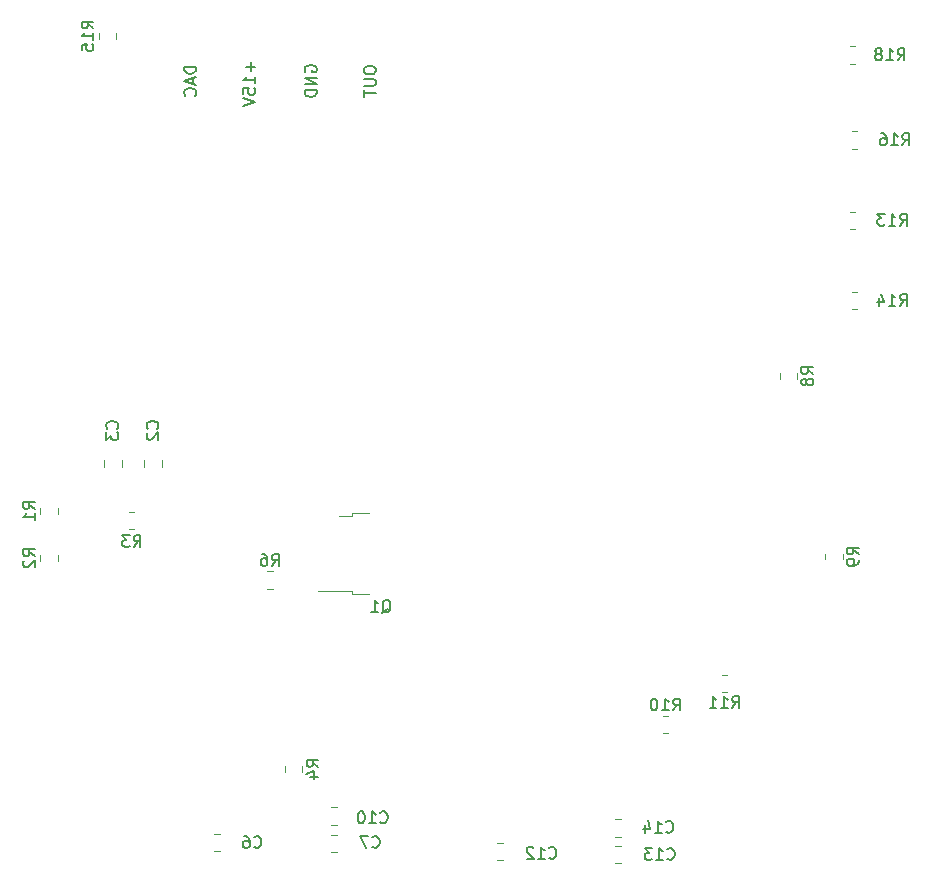
<source format=gbo>
%TF.GenerationSoftware,KiCad,Pcbnew,(5.1.10-1-10_14)*%
%TF.CreationDate,2022-04-01T14:18:11+03:00*%
%TF.ProjectId,Convertor_15v_to_20v:500v,436f6e76-6572-4746-9f72-5f3135765f74,rev?*%
%TF.SameCoordinates,Original*%
%TF.FileFunction,Legend,Bot*%
%TF.FilePolarity,Positive*%
%FSLAX46Y46*%
G04 Gerber Fmt 4.6, Leading zero omitted, Abs format (unit mm)*
G04 Created by KiCad (PCBNEW (5.1.10-1-10_14)) date 2022-04-01 14:18:11*
%MOMM*%
%LPD*%
G01*
G04 APERTURE LIST*
%ADD10C,0.150000*%
%ADD11C,0.120000*%
G04 APERTURE END LIST*
D10*
X142871428Y-79438095D02*
X142871428Y-80200000D01*
X143252380Y-79819047D02*
X142490476Y-79819047D01*
X143252380Y-81200000D02*
X143252380Y-80628571D01*
X143252380Y-80914285D02*
X142252380Y-80914285D01*
X142395238Y-80819047D01*
X142490476Y-80723809D01*
X142538095Y-80628571D01*
X142252380Y-82104761D02*
X142252380Y-81628571D01*
X142728571Y-81580952D01*
X142680952Y-81628571D01*
X142633333Y-81723809D01*
X142633333Y-81961904D01*
X142680952Y-82057142D01*
X142728571Y-82104761D01*
X142823809Y-82152380D01*
X143061904Y-82152380D01*
X143157142Y-82104761D01*
X143204761Y-82057142D01*
X143252380Y-81961904D01*
X143252380Y-81723809D01*
X143204761Y-81628571D01*
X143157142Y-81580952D01*
X142252380Y-82438095D02*
X143252380Y-82771428D01*
X142252380Y-83104761D01*
X138252380Y-79809523D02*
X137252380Y-79809523D01*
X137252380Y-80047619D01*
X137300000Y-80190476D01*
X137395238Y-80285714D01*
X137490476Y-80333333D01*
X137680952Y-80380952D01*
X137823809Y-80380952D01*
X138014285Y-80333333D01*
X138109523Y-80285714D01*
X138204761Y-80190476D01*
X138252380Y-80047619D01*
X138252380Y-79809523D01*
X137966666Y-80761904D02*
X137966666Y-81238095D01*
X138252380Y-80666666D02*
X137252380Y-81000000D01*
X138252380Y-81333333D01*
X138157142Y-82238095D02*
X138204761Y-82190476D01*
X138252380Y-82047619D01*
X138252380Y-81952380D01*
X138204761Y-81809523D01*
X138109523Y-81714285D01*
X138014285Y-81666666D01*
X137823809Y-81619047D01*
X137680952Y-81619047D01*
X137490476Y-81666666D01*
X137395238Y-81714285D01*
X137300000Y-81809523D01*
X137252380Y-81952380D01*
X137252380Y-82047619D01*
X137300000Y-82190476D01*
X137347619Y-82238095D01*
X152452380Y-80000000D02*
X152452380Y-80190476D01*
X152500000Y-80285714D01*
X152595238Y-80380952D01*
X152785714Y-80428571D01*
X153119047Y-80428571D01*
X153309523Y-80380952D01*
X153404761Y-80285714D01*
X153452380Y-80190476D01*
X153452380Y-80000000D01*
X153404761Y-79904761D01*
X153309523Y-79809523D01*
X153119047Y-79761904D01*
X152785714Y-79761904D01*
X152595238Y-79809523D01*
X152500000Y-79904761D01*
X152452380Y-80000000D01*
X152452380Y-80857142D02*
X153261904Y-80857142D01*
X153357142Y-80904761D01*
X153404761Y-80952380D01*
X153452380Y-81047619D01*
X153452380Y-81238095D01*
X153404761Y-81333333D01*
X153357142Y-81380952D01*
X153261904Y-81428571D01*
X152452380Y-81428571D01*
X152452380Y-81761904D02*
X152452380Y-82333333D01*
X153452380Y-82047619D02*
X152452380Y-82047619D01*
X147500000Y-80238095D02*
X147452380Y-80142857D01*
X147452380Y-80000000D01*
X147500000Y-79857142D01*
X147595238Y-79761904D01*
X147690476Y-79714285D01*
X147880952Y-79666666D01*
X148023809Y-79666666D01*
X148214285Y-79714285D01*
X148309523Y-79761904D01*
X148404761Y-79857142D01*
X148452380Y-80000000D01*
X148452380Y-80095238D01*
X148404761Y-80238095D01*
X148357142Y-80285714D01*
X148023809Y-80285714D01*
X148023809Y-80095238D01*
X148452380Y-80714285D02*
X147452380Y-80714285D01*
X148452380Y-81285714D01*
X147452380Y-81285714D01*
X148452380Y-81761904D02*
X147452380Y-81761904D01*
X147452380Y-82000000D01*
X147500000Y-82142857D01*
X147595238Y-82238095D01*
X147690476Y-82285714D01*
X147880952Y-82333333D01*
X148023809Y-82333333D01*
X148214285Y-82285714D01*
X148309523Y-82238095D01*
X148404761Y-82142857D01*
X148452380Y-82000000D01*
X148452380Y-81761904D01*
D11*
%TO.C,R10*%
X178227064Y-136235000D02*
X177772936Y-136235000D01*
X178227064Y-134765000D02*
X177772936Y-134765000D01*
%TO.C,R18*%
X193572936Y-78065000D02*
X194027064Y-78065000D01*
X193572936Y-79535000D02*
X194027064Y-79535000D01*
%TO.C,R16*%
X194227064Y-86735000D02*
X193772936Y-86735000D01*
X194227064Y-85265000D02*
X193772936Y-85265000D01*
%TO.C,R15*%
X131485000Y-76972936D02*
X131485000Y-77427064D01*
X130015000Y-76972936D02*
X130015000Y-77427064D01*
%TO.C,R14*%
X193772936Y-98865000D02*
X194227064Y-98865000D01*
X193772936Y-100335000D02*
X194227064Y-100335000D01*
%TO.C,R13*%
X194027064Y-93535000D02*
X193572936Y-93535000D01*
X194027064Y-92065000D02*
X193572936Y-92065000D01*
%TO.C,R11*%
X182772936Y-131265000D02*
X183227064Y-131265000D01*
X182772936Y-132735000D02*
X183227064Y-132735000D01*
%TO.C,R9*%
X191515000Y-121477064D02*
X191515000Y-121022936D01*
X192985000Y-121477064D02*
X192985000Y-121022936D01*
%TO.C,R8*%
X187665000Y-106227064D02*
X187665000Y-105772936D01*
X189135000Y-106227064D02*
X189135000Y-105772936D01*
%TO.C,R6*%
X144727064Y-123985000D02*
X144272936Y-123985000D01*
X144727064Y-122515000D02*
X144272936Y-122515000D01*
%TO.C,R4*%
X145765000Y-139477064D02*
X145765000Y-139022936D01*
X147235000Y-139477064D02*
X147235000Y-139022936D01*
%TO.C,R3*%
X132572936Y-117465000D02*
X133027064Y-117465000D01*
X132572936Y-118935000D02*
X133027064Y-118935000D01*
%TO.C,R2*%
X126535000Y-121172936D02*
X126535000Y-121627064D01*
X125065000Y-121172936D02*
X125065000Y-121627064D01*
%TO.C,R1*%
X126535000Y-117172936D02*
X126535000Y-117627064D01*
X125065000Y-117172936D02*
X125065000Y-117627064D01*
%TO.C,Q1*%
X151430000Y-117820000D02*
X150330000Y-117820000D01*
X151430000Y-117550000D02*
X151430000Y-117820000D01*
X152930000Y-117550000D02*
X151430000Y-117550000D01*
X151430000Y-124180000D02*
X148600000Y-124180000D01*
X151430000Y-124450000D02*
X151430000Y-124180000D01*
X152930000Y-124450000D02*
X151430000Y-124450000D01*
%TO.C,C14*%
X174261252Y-144985000D02*
X173738748Y-144985000D01*
X174261252Y-143515000D02*
X173738748Y-143515000D01*
%TO.C,C13*%
X174261252Y-147235000D02*
X173738748Y-147235000D01*
X174261252Y-145765000D02*
X173738748Y-145765000D01*
%TO.C,C12*%
X163738748Y-145515000D02*
X164261252Y-145515000D01*
X163738748Y-146985000D02*
X164261252Y-146985000D01*
%TO.C,C10*%
X150166251Y-143985000D02*
X149643747Y-143985000D01*
X150166251Y-142515000D02*
X149643747Y-142515000D01*
%TO.C,C7*%
X150166251Y-146300001D02*
X149643747Y-146300001D01*
X150166251Y-144830001D02*
X149643747Y-144830001D01*
%TO.C,C6*%
X139738748Y-144765000D02*
X140261252Y-144765000D01*
X139738748Y-146235000D02*
X140261252Y-146235000D01*
%TO.C,C3*%
X130465000Y-113661252D02*
X130465000Y-113138748D01*
X131935000Y-113661252D02*
X131935000Y-113138748D01*
%TO.C,C2*%
X133865000Y-113661252D02*
X133865000Y-113138748D01*
X135335000Y-113661252D02*
X135335000Y-113138748D01*
%TO.C,R10*%
D10*
X178642857Y-134302380D02*
X178976190Y-133826190D01*
X179214285Y-134302380D02*
X179214285Y-133302380D01*
X178833333Y-133302380D01*
X178738095Y-133350000D01*
X178690476Y-133397619D01*
X178642857Y-133492857D01*
X178642857Y-133635714D01*
X178690476Y-133730952D01*
X178738095Y-133778571D01*
X178833333Y-133826190D01*
X179214285Y-133826190D01*
X177690476Y-134302380D02*
X178261904Y-134302380D01*
X177976190Y-134302380D02*
X177976190Y-133302380D01*
X178071428Y-133445238D01*
X178166666Y-133540476D01*
X178261904Y-133588095D01*
X177071428Y-133302380D02*
X176976190Y-133302380D01*
X176880952Y-133350000D01*
X176833333Y-133397619D01*
X176785714Y-133492857D01*
X176738095Y-133683333D01*
X176738095Y-133921428D01*
X176785714Y-134111904D01*
X176833333Y-134207142D01*
X176880952Y-134254761D01*
X176976190Y-134302380D01*
X177071428Y-134302380D01*
X177166666Y-134254761D01*
X177214285Y-134207142D01*
X177261904Y-134111904D01*
X177309523Y-133921428D01*
X177309523Y-133683333D01*
X177261904Y-133492857D01*
X177214285Y-133397619D01*
X177166666Y-133350000D01*
X177071428Y-133302380D01*
%TO.C,R18*%
X197642857Y-79252380D02*
X197976190Y-78776190D01*
X198214285Y-79252380D02*
X198214285Y-78252380D01*
X197833333Y-78252380D01*
X197738095Y-78300000D01*
X197690476Y-78347619D01*
X197642857Y-78442857D01*
X197642857Y-78585714D01*
X197690476Y-78680952D01*
X197738095Y-78728571D01*
X197833333Y-78776190D01*
X198214285Y-78776190D01*
X196690476Y-79252380D02*
X197261904Y-79252380D01*
X196976190Y-79252380D02*
X196976190Y-78252380D01*
X197071428Y-78395238D01*
X197166666Y-78490476D01*
X197261904Y-78538095D01*
X196119047Y-78680952D02*
X196214285Y-78633333D01*
X196261904Y-78585714D01*
X196309523Y-78490476D01*
X196309523Y-78442857D01*
X196261904Y-78347619D01*
X196214285Y-78300000D01*
X196119047Y-78252380D01*
X195928571Y-78252380D01*
X195833333Y-78300000D01*
X195785714Y-78347619D01*
X195738095Y-78442857D01*
X195738095Y-78490476D01*
X195785714Y-78585714D01*
X195833333Y-78633333D01*
X195928571Y-78680952D01*
X196119047Y-78680952D01*
X196214285Y-78728571D01*
X196261904Y-78776190D01*
X196309523Y-78871428D01*
X196309523Y-79061904D01*
X196261904Y-79157142D01*
X196214285Y-79204761D01*
X196119047Y-79252380D01*
X195928571Y-79252380D01*
X195833333Y-79204761D01*
X195785714Y-79157142D01*
X195738095Y-79061904D01*
X195738095Y-78871428D01*
X195785714Y-78776190D01*
X195833333Y-78728571D01*
X195928571Y-78680952D01*
%TO.C,R16*%
X198042857Y-86452380D02*
X198376190Y-85976190D01*
X198614285Y-86452380D02*
X198614285Y-85452380D01*
X198233333Y-85452380D01*
X198138095Y-85500000D01*
X198090476Y-85547619D01*
X198042857Y-85642857D01*
X198042857Y-85785714D01*
X198090476Y-85880952D01*
X198138095Y-85928571D01*
X198233333Y-85976190D01*
X198614285Y-85976190D01*
X197090476Y-86452380D02*
X197661904Y-86452380D01*
X197376190Y-86452380D02*
X197376190Y-85452380D01*
X197471428Y-85595238D01*
X197566666Y-85690476D01*
X197661904Y-85738095D01*
X196233333Y-85452380D02*
X196423809Y-85452380D01*
X196519047Y-85500000D01*
X196566666Y-85547619D01*
X196661904Y-85690476D01*
X196709523Y-85880952D01*
X196709523Y-86261904D01*
X196661904Y-86357142D01*
X196614285Y-86404761D01*
X196519047Y-86452380D01*
X196328571Y-86452380D01*
X196233333Y-86404761D01*
X196185714Y-86357142D01*
X196138095Y-86261904D01*
X196138095Y-86023809D01*
X196185714Y-85928571D01*
X196233333Y-85880952D01*
X196328571Y-85833333D01*
X196519047Y-85833333D01*
X196614285Y-85880952D01*
X196661904Y-85928571D01*
X196709523Y-86023809D01*
%TO.C,R15*%
X129552380Y-76557142D02*
X129076190Y-76223809D01*
X129552380Y-75985714D02*
X128552380Y-75985714D01*
X128552380Y-76366666D01*
X128600000Y-76461904D01*
X128647619Y-76509523D01*
X128742857Y-76557142D01*
X128885714Y-76557142D01*
X128980952Y-76509523D01*
X129028571Y-76461904D01*
X129076190Y-76366666D01*
X129076190Y-75985714D01*
X129552380Y-77509523D02*
X129552380Y-76938095D01*
X129552380Y-77223809D02*
X128552380Y-77223809D01*
X128695238Y-77128571D01*
X128790476Y-77033333D01*
X128838095Y-76938095D01*
X128552380Y-78414285D02*
X128552380Y-77938095D01*
X129028571Y-77890476D01*
X128980952Y-77938095D01*
X128933333Y-78033333D01*
X128933333Y-78271428D01*
X128980952Y-78366666D01*
X129028571Y-78414285D01*
X129123809Y-78461904D01*
X129361904Y-78461904D01*
X129457142Y-78414285D01*
X129504761Y-78366666D01*
X129552380Y-78271428D01*
X129552380Y-78033333D01*
X129504761Y-77938095D01*
X129457142Y-77890476D01*
%TO.C,R14*%
X197842857Y-100052380D02*
X198176190Y-99576190D01*
X198414285Y-100052380D02*
X198414285Y-99052380D01*
X198033333Y-99052380D01*
X197938095Y-99100000D01*
X197890476Y-99147619D01*
X197842857Y-99242857D01*
X197842857Y-99385714D01*
X197890476Y-99480952D01*
X197938095Y-99528571D01*
X198033333Y-99576190D01*
X198414285Y-99576190D01*
X196890476Y-100052380D02*
X197461904Y-100052380D01*
X197176190Y-100052380D02*
X197176190Y-99052380D01*
X197271428Y-99195238D01*
X197366666Y-99290476D01*
X197461904Y-99338095D01*
X196033333Y-99385714D02*
X196033333Y-100052380D01*
X196271428Y-99004761D02*
X196509523Y-99719047D01*
X195890476Y-99719047D01*
%TO.C,R13*%
X197842857Y-93252380D02*
X198176190Y-92776190D01*
X198414285Y-93252380D02*
X198414285Y-92252380D01*
X198033333Y-92252380D01*
X197938095Y-92300000D01*
X197890476Y-92347619D01*
X197842857Y-92442857D01*
X197842857Y-92585714D01*
X197890476Y-92680952D01*
X197938095Y-92728571D01*
X198033333Y-92776190D01*
X198414285Y-92776190D01*
X196890476Y-93252380D02*
X197461904Y-93252380D01*
X197176190Y-93252380D02*
X197176190Y-92252380D01*
X197271428Y-92395238D01*
X197366666Y-92490476D01*
X197461904Y-92538095D01*
X196557142Y-92252380D02*
X195938095Y-92252380D01*
X196271428Y-92633333D01*
X196128571Y-92633333D01*
X196033333Y-92680952D01*
X195985714Y-92728571D01*
X195938095Y-92823809D01*
X195938095Y-93061904D01*
X195985714Y-93157142D01*
X196033333Y-93204761D01*
X196128571Y-93252380D01*
X196414285Y-93252380D01*
X196509523Y-93204761D01*
X196557142Y-93157142D01*
%TO.C,R11*%
X183642857Y-134102380D02*
X183976190Y-133626190D01*
X184214285Y-134102380D02*
X184214285Y-133102380D01*
X183833333Y-133102380D01*
X183738095Y-133150000D01*
X183690476Y-133197619D01*
X183642857Y-133292857D01*
X183642857Y-133435714D01*
X183690476Y-133530952D01*
X183738095Y-133578571D01*
X183833333Y-133626190D01*
X184214285Y-133626190D01*
X182690476Y-134102380D02*
X183261904Y-134102380D01*
X182976190Y-134102380D02*
X182976190Y-133102380D01*
X183071428Y-133245238D01*
X183166666Y-133340476D01*
X183261904Y-133388095D01*
X181738095Y-134102380D02*
X182309523Y-134102380D01*
X182023809Y-134102380D02*
X182023809Y-133102380D01*
X182119047Y-133245238D01*
X182214285Y-133340476D01*
X182309523Y-133388095D01*
%TO.C,R9*%
X194352380Y-121083333D02*
X193876190Y-120750000D01*
X194352380Y-120511904D02*
X193352380Y-120511904D01*
X193352380Y-120892857D01*
X193400000Y-120988095D01*
X193447619Y-121035714D01*
X193542857Y-121083333D01*
X193685714Y-121083333D01*
X193780952Y-121035714D01*
X193828571Y-120988095D01*
X193876190Y-120892857D01*
X193876190Y-120511904D01*
X194352380Y-121559523D02*
X194352380Y-121750000D01*
X194304761Y-121845238D01*
X194257142Y-121892857D01*
X194114285Y-121988095D01*
X193923809Y-122035714D01*
X193542857Y-122035714D01*
X193447619Y-121988095D01*
X193400000Y-121940476D01*
X193352380Y-121845238D01*
X193352380Y-121654761D01*
X193400000Y-121559523D01*
X193447619Y-121511904D01*
X193542857Y-121464285D01*
X193780952Y-121464285D01*
X193876190Y-121511904D01*
X193923809Y-121559523D01*
X193971428Y-121654761D01*
X193971428Y-121845238D01*
X193923809Y-121940476D01*
X193876190Y-121988095D01*
X193780952Y-122035714D01*
%TO.C,R8*%
X190502380Y-105833333D02*
X190026190Y-105500000D01*
X190502380Y-105261904D02*
X189502380Y-105261904D01*
X189502380Y-105642857D01*
X189550000Y-105738095D01*
X189597619Y-105785714D01*
X189692857Y-105833333D01*
X189835714Y-105833333D01*
X189930952Y-105785714D01*
X189978571Y-105738095D01*
X190026190Y-105642857D01*
X190026190Y-105261904D01*
X189930952Y-106404761D02*
X189883333Y-106309523D01*
X189835714Y-106261904D01*
X189740476Y-106214285D01*
X189692857Y-106214285D01*
X189597619Y-106261904D01*
X189550000Y-106309523D01*
X189502380Y-106404761D01*
X189502380Y-106595238D01*
X189550000Y-106690476D01*
X189597619Y-106738095D01*
X189692857Y-106785714D01*
X189740476Y-106785714D01*
X189835714Y-106738095D01*
X189883333Y-106690476D01*
X189930952Y-106595238D01*
X189930952Y-106404761D01*
X189978571Y-106309523D01*
X190026190Y-106261904D01*
X190121428Y-106214285D01*
X190311904Y-106214285D01*
X190407142Y-106261904D01*
X190454761Y-106309523D01*
X190502380Y-106404761D01*
X190502380Y-106595238D01*
X190454761Y-106690476D01*
X190407142Y-106738095D01*
X190311904Y-106785714D01*
X190121428Y-106785714D01*
X190026190Y-106738095D01*
X189978571Y-106690476D01*
X189930952Y-106595238D01*
%TO.C,R6*%
X144666666Y-122052380D02*
X145000000Y-121576190D01*
X145238095Y-122052380D02*
X145238095Y-121052380D01*
X144857142Y-121052380D01*
X144761904Y-121100000D01*
X144714285Y-121147619D01*
X144666666Y-121242857D01*
X144666666Y-121385714D01*
X144714285Y-121480952D01*
X144761904Y-121528571D01*
X144857142Y-121576190D01*
X145238095Y-121576190D01*
X143809523Y-121052380D02*
X144000000Y-121052380D01*
X144095238Y-121100000D01*
X144142857Y-121147619D01*
X144238095Y-121290476D01*
X144285714Y-121480952D01*
X144285714Y-121861904D01*
X144238095Y-121957142D01*
X144190476Y-122004761D01*
X144095238Y-122052380D01*
X143904761Y-122052380D01*
X143809523Y-122004761D01*
X143761904Y-121957142D01*
X143714285Y-121861904D01*
X143714285Y-121623809D01*
X143761904Y-121528571D01*
X143809523Y-121480952D01*
X143904761Y-121433333D01*
X144095238Y-121433333D01*
X144190476Y-121480952D01*
X144238095Y-121528571D01*
X144285714Y-121623809D01*
%TO.C,R4*%
X148602380Y-139083333D02*
X148126190Y-138750000D01*
X148602380Y-138511904D02*
X147602380Y-138511904D01*
X147602380Y-138892857D01*
X147650000Y-138988095D01*
X147697619Y-139035714D01*
X147792857Y-139083333D01*
X147935714Y-139083333D01*
X148030952Y-139035714D01*
X148078571Y-138988095D01*
X148126190Y-138892857D01*
X148126190Y-138511904D01*
X147935714Y-139940476D02*
X148602380Y-139940476D01*
X147554761Y-139702380D02*
X148269047Y-139464285D01*
X148269047Y-140083333D01*
%TO.C,R3*%
X132966666Y-120452380D02*
X133300000Y-119976190D01*
X133538095Y-120452380D02*
X133538095Y-119452380D01*
X133157142Y-119452380D01*
X133061904Y-119500000D01*
X133014285Y-119547619D01*
X132966666Y-119642857D01*
X132966666Y-119785714D01*
X133014285Y-119880952D01*
X133061904Y-119928571D01*
X133157142Y-119976190D01*
X133538095Y-119976190D01*
X132633333Y-119452380D02*
X132014285Y-119452380D01*
X132347619Y-119833333D01*
X132204761Y-119833333D01*
X132109523Y-119880952D01*
X132061904Y-119928571D01*
X132014285Y-120023809D01*
X132014285Y-120261904D01*
X132061904Y-120357142D01*
X132109523Y-120404761D01*
X132204761Y-120452380D01*
X132490476Y-120452380D01*
X132585714Y-120404761D01*
X132633333Y-120357142D01*
%TO.C,R2*%
X124602380Y-121233333D02*
X124126190Y-120900000D01*
X124602380Y-120661904D02*
X123602380Y-120661904D01*
X123602380Y-121042857D01*
X123650000Y-121138095D01*
X123697619Y-121185714D01*
X123792857Y-121233333D01*
X123935714Y-121233333D01*
X124030952Y-121185714D01*
X124078571Y-121138095D01*
X124126190Y-121042857D01*
X124126190Y-120661904D01*
X123697619Y-121614285D02*
X123650000Y-121661904D01*
X123602380Y-121757142D01*
X123602380Y-121995238D01*
X123650000Y-122090476D01*
X123697619Y-122138095D01*
X123792857Y-122185714D01*
X123888095Y-122185714D01*
X124030952Y-122138095D01*
X124602380Y-121566666D01*
X124602380Y-122185714D01*
%TO.C,R1*%
X124602380Y-117233333D02*
X124126190Y-116900000D01*
X124602380Y-116661904D02*
X123602380Y-116661904D01*
X123602380Y-117042857D01*
X123650000Y-117138095D01*
X123697619Y-117185714D01*
X123792857Y-117233333D01*
X123935714Y-117233333D01*
X124030952Y-117185714D01*
X124078571Y-117138095D01*
X124126190Y-117042857D01*
X124126190Y-116661904D01*
X124602380Y-118185714D02*
X124602380Y-117614285D01*
X124602380Y-117900000D02*
X123602380Y-117900000D01*
X123745238Y-117804761D01*
X123840476Y-117709523D01*
X123888095Y-117614285D01*
%TO.C,Q1*%
X153995238Y-126047619D02*
X154090476Y-126000000D01*
X154185714Y-125904761D01*
X154328571Y-125761904D01*
X154423809Y-125714285D01*
X154519047Y-125714285D01*
X154471428Y-125952380D02*
X154566666Y-125904761D01*
X154661904Y-125809523D01*
X154709523Y-125619047D01*
X154709523Y-125285714D01*
X154661904Y-125095238D01*
X154566666Y-125000000D01*
X154471428Y-124952380D01*
X154280952Y-124952380D01*
X154185714Y-125000000D01*
X154090476Y-125095238D01*
X154042857Y-125285714D01*
X154042857Y-125619047D01*
X154090476Y-125809523D01*
X154185714Y-125904761D01*
X154280952Y-125952380D01*
X154471428Y-125952380D01*
X153090476Y-125952380D02*
X153661904Y-125952380D01*
X153376190Y-125952380D02*
X153376190Y-124952380D01*
X153471428Y-125095238D01*
X153566666Y-125190476D01*
X153661904Y-125238095D01*
%TO.C,C14*%
X178042857Y-144557142D02*
X178090476Y-144604761D01*
X178233333Y-144652380D01*
X178328571Y-144652380D01*
X178471428Y-144604761D01*
X178566666Y-144509523D01*
X178614285Y-144414285D01*
X178661904Y-144223809D01*
X178661904Y-144080952D01*
X178614285Y-143890476D01*
X178566666Y-143795238D01*
X178471428Y-143700000D01*
X178328571Y-143652380D01*
X178233333Y-143652380D01*
X178090476Y-143700000D01*
X178042857Y-143747619D01*
X177090476Y-144652380D02*
X177661904Y-144652380D01*
X177376190Y-144652380D02*
X177376190Y-143652380D01*
X177471428Y-143795238D01*
X177566666Y-143890476D01*
X177661904Y-143938095D01*
X176233333Y-143985714D02*
X176233333Y-144652380D01*
X176471428Y-143604761D02*
X176709523Y-144319047D01*
X176090476Y-144319047D01*
%TO.C,C13*%
X178142857Y-146857142D02*
X178190476Y-146904761D01*
X178333333Y-146952380D01*
X178428571Y-146952380D01*
X178571428Y-146904761D01*
X178666666Y-146809523D01*
X178714285Y-146714285D01*
X178761904Y-146523809D01*
X178761904Y-146380952D01*
X178714285Y-146190476D01*
X178666666Y-146095238D01*
X178571428Y-146000000D01*
X178428571Y-145952380D01*
X178333333Y-145952380D01*
X178190476Y-146000000D01*
X178142857Y-146047619D01*
X177190476Y-146952380D02*
X177761904Y-146952380D01*
X177476190Y-146952380D02*
X177476190Y-145952380D01*
X177571428Y-146095238D01*
X177666666Y-146190476D01*
X177761904Y-146238095D01*
X176857142Y-145952380D02*
X176238095Y-145952380D01*
X176571428Y-146333333D01*
X176428571Y-146333333D01*
X176333333Y-146380952D01*
X176285714Y-146428571D01*
X176238095Y-146523809D01*
X176238095Y-146761904D01*
X176285714Y-146857142D01*
X176333333Y-146904761D01*
X176428571Y-146952380D01*
X176714285Y-146952380D01*
X176809523Y-146904761D01*
X176857142Y-146857142D01*
%TO.C,C12*%
X168142857Y-146757142D02*
X168190476Y-146804761D01*
X168333333Y-146852380D01*
X168428571Y-146852380D01*
X168571428Y-146804761D01*
X168666666Y-146709523D01*
X168714285Y-146614285D01*
X168761904Y-146423809D01*
X168761904Y-146280952D01*
X168714285Y-146090476D01*
X168666666Y-145995238D01*
X168571428Y-145900000D01*
X168428571Y-145852380D01*
X168333333Y-145852380D01*
X168190476Y-145900000D01*
X168142857Y-145947619D01*
X167190476Y-146852380D02*
X167761904Y-146852380D01*
X167476190Y-146852380D02*
X167476190Y-145852380D01*
X167571428Y-145995238D01*
X167666666Y-146090476D01*
X167761904Y-146138095D01*
X166809523Y-145947619D02*
X166761904Y-145900000D01*
X166666666Y-145852380D01*
X166428571Y-145852380D01*
X166333333Y-145900000D01*
X166285714Y-145947619D01*
X166238095Y-146042857D01*
X166238095Y-146138095D01*
X166285714Y-146280952D01*
X166857142Y-146852380D01*
X166238095Y-146852380D01*
%TO.C,C10*%
X153842857Y-143757142D02*
X153890476Y-143804761D01*
X154033333Y-143852380D01*
X154128571Y-143852380D01*
X154271428Y-143804761D01*
X154366666Y-143709523D01*
X154414285Y-143614285D01*
X154461904Y-143423809D01*
X154461904Y-143280952D01*
X154414285Y-143090476D01*
X154366666Y-142995238D01*
X154271428Y-142900000D01*
X154128571Y-142852380D01*
X154033333Y-142852380D01*
X153890476Y-142900000D01*
X153842857Y-142947619D01*
X152890476Y-143852380D02*
X153461904Y-143852380D01*
X153176190Y-143852380D02*
X153176190Y-142852380D01*
X153271428Y-142995238D01*
X153366666Y-143090476D01*
X153461904Y-143138095D01*
X152271428Y-142852380D02*
X152176190Y-142852380D01*
X152080952Y-142900000D01*
X152033333Y-142947619D01*
X151985714Y-143042857D01*
X151938095Y-143233333D01*
X151938095Y-143471428D01*
X151985714Y-143661904D01*
X152033333Y-143757142D01*
X152080952Y-143804761D01*
X152176190Y-143852380D01*
X152271428Y-143852380D01*
X152366666Y-143804761D01*
X152414285Y-143757142D01*
X152461904Y-143661904D01*
X152509523Y-143471428D01*
X152509523Y-143233333D01*
X152461904Y-143042857D01*
X152414285Y-142947619D01*
X152366666Y-142900000D01*
X152271428Y-142852380D01*
%TO.C,C7*%
X153166666Y-145857142D02*
X153214285Y-145904761D01*
X153357142Y-145952380D01*
X153452380Y-145952380D01*
X153595238Y-145904761D01*
X153690476Y-145809523D01*
X153738095Y-145714285D01*
X153785714Y-145523809D01*
X153785714Y-145380952D01*
X153738095Y-145190476D01*
X153690476Y-145095238D01*
X153595238Y-145000000D01*
X153452380Y-144952380D01*
X153357142Y-144952380D01*
X153214285Y-145000000D01*
X153166666Y-145047619D01*
X152833333Y-144952380D02*
X152166666Y-144952380D01*
X152595238Y-145952380D01*
%TO.C,C6*%
X143166666Y-145857142D02*
X143214285Y-145904761D01*
X143357142Y-145952380D01*
X143452380Y-145952380D01*
X143595238Y-145904761D01*
X143690476Y-145809523D01*
X143738095Y-145714285D01*
X143785714Y-145523809D01*
X143785714Y-145380952D01*
X143738095Y-145190476D01*
X143690476Y-145095238D01*
X143595238Y-145000000D01*
X143452380Y-144952380D01*
X143357142Y-144952380D01*
X143214285Y-145000000D01*
X143166666Y-145047619D01*
X142309523Y-144952380D02*
X142500000Y-144952380D01*
X142595238Y-145000000D01*
X142642857Y-145047619D01*
X142738095Y-145190476D01*
X142785714Y-145380952D01*
X142785714Y-145761904D01*
X142738095Y-145857142D01*
X142690476Y-145904761D01*
X142595238Y-145952380D01*
X142404761Y-145952380D01*
X142309523Y-145904761D01*
X142261904Y-145857142D01*
X142214285Y-145761904D01*
X142214285Y-145523809D01*
X142261904Y-145428571D01*
X142309523Y-145380952D01*
X142404761Y-145333333D01*
X142595238Y-145333333D01*
X142690476Y-145380952D01*
X142738095Y-145428571D01*
X142785714Y-145523809D01*
%TO.C,C3*%
X131557142Y-110433333D02*
X131604761Y-110385714D01*
X131652380Y-110242857D01*
X131652380Y-110147619D01*
X131604761Y-110004761D01*
X131509523Y-109909523D01*
X131414285Y-109861904D01*
X131223809Y-109814285D01*
X131080952Y-109814285D01*
X130890476Y-109861904D01*
X130795238Y-109909523D01*
X130700000Y-110004761D01*
X130652380Y-110147619D01*
X130652380Y-110242857D01*
X130700000Y-110385714D01*
X130747619Y-110433333D01*
X130652380Y-110766666D02*
X130652380Y-111385714D01*
X131033333Y-111052380D01*
X131033333Y-111195238D01*
X131080952Y-111290476D01*
X131128571Y-111338095D01*
X131223809Y-111385714D01*
X131461904Y-111385714D01*
X131557142Y-111338095D01*
X131604761Y-111290476D01*
X131652380Y-111195238D01*
X131652380Y-110909523D01*
X131604761Y-110814285D01*
X131557142Y-110766666D01*
%TO.C,C2*%
X134957142Y-110433333D02*
X135004761Y-110385714D01*
X135052380Y-110242857D01*
X135052380Y-110147619D01*
X135004761Y-110004761D01*
X134909523Y-109909523D01*
X134814285Y-109861904D01*
X134623809Y-109814285D01*
X134480952Y-109814285D01*
X134290476Y-109861904D01*
X134195238Y-109909523D01*
X134100000Y-110004761D01*
X134052380Y-110147619D01*
X134052380Y-110242857D01*
X134100000Y-110385714D01*
X134147619Y-110433333D01*
X134147619Y-110814285D02*
X134100000Y-110861904D01*
X134052380Y-110957142D01*
X134052380Y-111195238D01*
X134100000Y-111290476D01*
X134147619Y-111338095D01*
X134242857Y-111385714D01*
X134338095Y-111385714D01*
X134480952Y-111338095D01*
X135052380Y-110766666D01*
X135052380Y-111385714D01*
%TD*%
M02*

</source>
